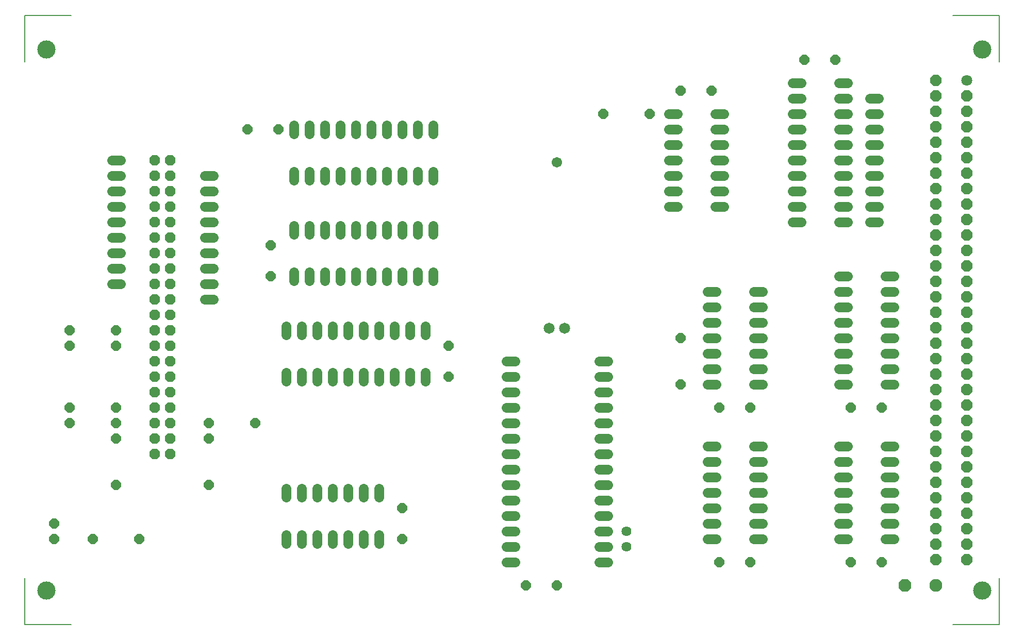
<source format=gbs>
G75*
G70*
%OFA0B0*%
%FSLAX24Y24*%
%IPPOS*%
%LPD*%
%AMOC8*
5,1,8,0,0,1.08239X$1,22.5*
%
%ADD10C,0.0060*%
%ADD11C,0.0710*%
%ADD12OC8,0.0710*%
%ADD13C,0.1180*%
%ADD14C,0.0640*%
%ADD15C,0.0640*%
%ADD16OC8,0.0680*%
%ADD17OC8,0.0640*%
%ADD18C,0.0830*%
%ADD19OC8,0.0830*%
%ADD20C,0.0674*%
%ADD21C,0.0714*%
D10*
X004948Y007423D02*
X004948Y010423D01*
X004948Y007423D02*
X007948Y007423D01*
X004948Y043803D02*
X004948Y046803D01*
X007948Y046803D01*
X064948Y046803D02*
X067948Y046803D01*
X067948Y043803D01*
X067948Y010423D02*
X067948Y007423D01*
X064948Y007423D01*
D11*
X065848Y042613D03*
D12*
X065848Y041613D03*
X065848Y040613D03*
X065848Y039613D03*
X065848Y038613D03*
X065848Y037613D03*
X065848Y036613D03*
X065848Y035613D03*
X065848Y034613D03*
X065848Y033613D03*
X065848Y032613D03*
X065848Y031613D03*
X065848Y030613D03*
X065848Y029613D03*
X065848Y028613D03*
X065848Y027613D03*
X065848Y026613D03*
X065848Y025613D03*
X065848Y024613D03*
X065848Y023613D03*
X065848Y022613D03*
X065848Y021613D03*
X065848Y020613D03*
X065848Y019613D03*
X065848Y018613D03*
X065848Y017613D03*
X065848Y016613D03*
X065848Y015613D03*
X065848Y014613D03*
X065848Y013613D03*
X065848Y012613D03*
X065848Y011613D03*
X063848Y011613D03*
X063848Y012613D03*
X063848Y013613D03*
X063848Y014613D03*
X063848Y015613D03*
X063848Y016613D03*
X063848Y017613D03*
X063848Y018613D03*
X063848Y019613D03*
X063848Y020613D03*
X063848Y021613D03*
X063848Y022613D03*
X063848Y023613D03*
X063848Y024613D03*
X063848Y025613D03*
X063848Y026613D03*
X063848Y027613D03*
X063848Y028613D03*
X063848Y029613D03*
X063848Y030613D03*
X063848Y031613D03*
X063848Y032613D03*
X063848Y033613D03*
X063848Y034613D03*
X063848Y035613D03*
X063848Y036613D03*
X063848Y037613D03*
X063848Y038613D03*
X063848Y039613D03*
X063848Y040613D03*
X063848Y041613D03*
X063848Y042613D03*
D13*
X066848Y044613D03*
X066848Y009613D03*
X006348Y009613D03*
X006348Y044613D03*
D14*
X010568Y037428D02*
X011128Y037428D01*
X011128Y036428D02*
X010568Y036428D01*
X010568Y035428D02*
X011128Y035428D01*
X011128Y034428D02*
X010568Y034428D01*
X010568Y033428D02*
X011128Y033428D01*
X011128Y032428D02*
X010568Y032428D01*
X010568Y031428D02*
X011128Y031428D01*
X011128Y030428D02*
X010568Y030428D01*
X010568Y029428D02*
X011128Y029428D01*
X016568Y029428D02*
X017128Y029428D01*
X017128Y028428D02*
X016568Y028428D01*
X016568Y030428D02*
X017128Y030428D01*
X017128Y031428D02*
X016568Y031428D01*
X016568Y032428D02*
X017128Y032428D01*
X017128Y033428D02*
X016568Y033428D01*
X016568Y034428D02*
X017128Y034428D01*
X017128Y035428D02*
X016568Y035428D01*
X016568Y036428D02*
X017128Y036428D01*
X022348Y036148D02*
X022348Y036708D01*
X023348Y036708D02*
X023348Y036148D01*
X024348Y036148D02*
X024348Y036708D01*
X025348Y036708D02*
X025348Y036148D01*
X026348Y036148D02*
X026348Y036708D01*
X027348Y036708D02*
X027348Y036148D01*
X028348Y036148D02*
X028348Y036708D01*
X029348Y036708D02*
X029348Y036148D01*
X030348Y036148D02*
X030348Y036708D01*
X031348Y036708D02*
X031348Y036148D01*
X031348Y033208D02*
X031348Y032648D01*
X030348Y032648D02*
X030348Y033208D01*
X029348Y033208D02*
X029348Y032648D01*
X028348Y032648D02*
X028348Y033208D01*
X027348Y033208D02*
X027348Y032648D01*
X026348Y032648D02*
X026348Y033208D01*
X025348Y033208D02*
X025348Y032648D01*
X024348Y032648D02*
X024348Y033208D01*
X023348Y033208D02*
X023348Y032648D01*
X022348Y032648D02*
X022348Y033208D01*
X022348Y030208D02*
X022348Y029648D01*
X023348Y029648D02*
X023348Y030208D01*
X024348Y030208D02*
X024348Y029648D01*
X025348Y029648D02*
X025348Y030208D01*
X026348Y030208D02*
X026348Y029648D01*
X027348Y029648D02*
X027348Y030208D01*
X028348Y030208D02*
X028348Y029648D01*
X029348Y029648D02*
X029348Y030208D01*
X030348Y030208D02*
X030348Y029648D01*
X031348Y029648D02*
X031348Y030208D01*
X030848Y026708D02*
X030848Y026148D01*
X029848Y026148D02*
X029848Y026708D01*
X028848Y026708D02*
X028848Y026148D01*
X027848Y026148D02*
X027848Y026708D01*
X026848Y026708D02*
X026848Y026148D01*
X025848Y026148D02*
X025848Y026708D01*
X024848Y026708D02*
X024848Y026148D01*
X023848Y026148D02*
X023848Y026708D01*
X022848Y026708D02*
X022848Y026148D01*
X021848Y026148D02*
X021848Y026708D01*
X021848Y023708D02*
X021848Y023148D01*
X022848Y023148D02*
X022848Y023708D01*
X023848Y023708D02*
X023848Y023148D01*
X024848Y023148D02*
X024848Y023708D01*
X025848Y023708D02*
X025848Y023148D01*
X026848Y023148D02*
X026848Y023708D01*
X027848Y023708D02*
X027848Y023148D01*
X028848Y023148D02*
X028848Y023708D01*
X029848Y023708D02*
X029848Y023148D01*
X030848Y023148D02*
X030848Y023708D01*
X036068Y023428D02*
X036628Y023428D01*
X036628Y022428D02*
X036068Y022428D01*
X036068Y021428D02*
X036628Y021428D01*
X036628Y020428D02*
X036068Y020428D01*
X036068Y019428D02*
X036628Y019428D01*
X036628Y018428D02*
X036068Y018428D01*
X036068Y017428D02*
X036628Y017428D01*
X036628Y016428D02*
X036068Y016428D01*
X036068Y015428D02*
X036628Y015428D01*
X036628Y014428D02*
X036068Y014428D01*
X036068Y013428D02*
X036628Y013428D01*
X036628Y012428D02*
X036068Y012428D01*
X036068Y011428D02*
X036628Y011428D01*
X042068Y011428D02*
X042628Y011428D01*
X042628Y012428D02*
X042068Y012428D01*
X042068Y013428D02*
X042628Y013428D01*
X042628Y014428D02*
X042068Y014428D01*
X042068Y015428D02*
X042628Y015428D01*
X042628Y016428D02*
X042068Y016428D01*
X042068Y017428D02*
X042628Y017428D01*
X042628Y018428D02*
X042068Y018428D01*
X042068Y019428D02*
X042628Y019428D01*
X042628Y020428D02*
X042068Y020428D01*
X042068Y021428D02*
X042628Y021428D01*
X042628Y022428D02*
X042068Y022428D01*
X042068Y023428D02*
X042628Y023428D01*
X042628Y024428D02*
X042068Y024428D01*
X036628Y024428D02*
X036068Y024428D01*
X027848Y016208D02*
X027848Y015648D01*
X026848Y015648D02*
X026848Y016208D01*
X025848Y016208D02*
X025848Y015648D01*
X024848Y015648D02*
X024848Y016208D01*
X023848Y016208D02*
X023848Y015648D01*
X022848Y015648D02*
X022848Y016208D01*
X021848Y016208D02*
X021848Y015648D01*
X021848Y013208D02*
X021848Y012648D01*
X022848Y012648D02*
X022848Y013208D01*
X023848Y013208D02*
X023848Y012648D01*
X024848Y012648D02*
X024848Y013208D01*
X025848Y013208D02*
X025848Y012648D01*
X026848Y012648D02*
X026848Y013208D01*
X027848Y013208D02*
X027848Y012648D01*
X049068Y012928D02*
X049628Y012928D01*
X049628Y013928D02*
X049068Y013928D01*
X049068Y014928D02*
X049628Y014928D01*
X049628Y015928D02*
X049068Y015928D01*
X049068Y016928D02*
X049628Y016928D01*
X049628Y017928D02*
X049068Y017928D01*
X049068Y018928D02*
X049628Y018928D01*
X052068Y018928D02*
X052628Y018928D01*
X052628Y017928D02*
X052068Y017928D01*
X052068Y016928D02*
X052628Y016928D01*
X052628Y015928D02*
X052068Y015928D01*
X052068Y014928D02*
X052628Y014928D01*
X052628Y013928D02*
X052068Y013928D01*
X052068Y012928D02*
X052628Y012928D01*
X057568Y012928D02*
X058128Y012928D01*
X058128Y013928D02*
X057568Y013928D01*
X057568Y014928D02*
X058128Y014928D01*
X058128Y015928D02*
X057568Y015928D01*
X057568Y016928D02*
X058128Y016928D01*
X058128Y017928D02*
X057568Y017928D01*
X057568Y018928D02*
X058128Y018928D01*
X060568Y018928D02*
X061128Y018928D01*
X061128Y017928D02*
X060568Y017928D01*
X060568Y016928D02*
X061128Y016928D01*
X061128Y015928D02*
X060568Y015928D01*
X060568Y014928D02*
X061128Y014928D01*
X061128Y013928D02*
X060568Y013928D01*
X060568Y012928D02*
X061128Y012928D01*
X061128Y022928D02*
X060568Y022928D01*
X060568Y023928D02*
X061128Y023928D01*
X061128Y024928D02*
X060568Y024928D01*
X060568Y025928D02*
X061128Y025928D01*
X061128Y026928D02*
X060568Y026928D01*
X060568Y027928D02*
X061128Y027928D01*
X061128Y028928D02*
X060568Y028928D01*
X060568Y029928D02*
X061128Y029928D01*
X058128Y029928D02*
X057568Y029928D01*
X057568Y028928D02*
X058128Y028928D01*
X058128Y027928D02*
X057568Y027928D01*
X057568Y026928D02*
X058128Y026928D01*
X058128Y025928D02*
X057568Y025928D01*
X057568Y024928D02*
X058128Y024928D01*
X058128Y023928D02*
X057568Y023928D01*
X057568Y022928D02*
X058128Y022928D01*
X052628Y022928D02*
X052068Y022928D01*
X052068Y023928D02*
X052628Y023928D01*
X052628Y024928D02*
X052068Y024928D01*
X052068Y025928D02*
X052628Y025928D01*
X052628Y026928D02*
X052068Y026928D01*
X052068Y027928D02*
X052628Y027928D01*
X052628Y028928D02*
X052068Y028928D01*
X049628Y028928D02*
X049068Y028928D01*
X049068Y027928D02*
X049628Y027928D01*
X049628Y026928D02*
X049068Y026928D01*
X049068Y025928D02*
X049628Y025928D01*
X049628Y024928D02*
X049068Y024928D01*
X049068Y023928D02*
X049628Y023928D01*
X049628Y022928D02*
X049068Y022928D01*
X054568Y033428D02*
X055128Y033428D01*
X055128Y034428D02*
X054568Y034428D01*
X054568Y035428D02*
X055128Y035428D01*
X055128Y036428D02*
X054568Y036428D01*
X054568Y037428D02*
X055128Y037428D01*
X055128Y038428D02*
X054568Y038428D01*
X054568Y039428D02*
X055128Y039428D01*
X055128Y040428D02*
X054568Y040428D01*
X054568Y041428D02*
X055128Y041428D01*
X055128Y042428D02*
X054568Y042428D01*
X057568Y042428D02*
X058128Y042428D01*
X058128Y041428D02*
X057568Y041428D01*
X057568Y040428D02*
X058128Y040428D01*
X058128Y039428D02*
X057568Y039428D01*
X057568Y038428D02*
X058128Y038428D01*
X058128Y037428D02*
X057568Y037428D01*
X057568Y036428D02*
X058128Y036428D01*
X058128Y035428D02*
X057568Y035428D01*
X057568Y034428D02*
X058128Y034428D01*
X058128Y033428D02*
X057568Y033428D01*
X059568Y033428D02*
X060128Y033428D01*
X060128Y034428D02*
X059568Y034428D01*
X059568Y035428D02*
X060128Y035428D01*
X060128Y036428D02*
X059568Y036428D01*
X059568Y037428D02*
X060128Y037428D01*
X060128Y038428D02*
X059568Y038428D01*
X059568Y039428D02*
X060128Y039428D01*
X060128Y040428D02*
X059568Y040428D01*
X059568Y041428D02*
X060128Y041428D01*
X050128Y040428D02*
X049568Y040428D01*
X049568Y039428D02*
X050128Y039428D01*
X050128Y038428D02*
X049568Y038428D01*
X049568Y037428D02*
X050128Y037428D01*
X050128Y036428D02*
X049568Y036428D01*
X049568Y035428D02*
X050128Y035428D01*
X050128Y034428D02*
X049568Y034428D01*
X047128Y034428D02*
X046568Y034428D01*
X046568Y035428D02*
X047128Y035428D01*
X047128Y036428D02*
X046568Y036428D01*
X046568Y037428D02*
X047128Y037428D01*
X047128Y038428D02*
X046568Y038428D01*
X046568Y039428D02*
X047128Y039428D01*
X047128Y040428D02*
X046568Y040428D01*
X031348Y039708D02*
X031348Y039148D01*
X030348Y039148D02*
X030348Y039708D01*
X029348Y039708D02*
X029348Y039148D01*
X028348Y039148D02*
X028348Y039708D01*
X027348Y039708D02*
X027348Y039148D01*
X026348Y039148D02*
X026348Y039708D01*
X025348Y039708D02*
X025348Y039148D01*
X024348Y039148D02*
X024348Y039708D01*
X023348Y039708D02*
X023348Y039148D01*
X022348Y039148D02*
X022348Y039708D01*
D15*
X043848Y013428D03*
X043848Y012428D03*
D16*
X014348Y018428D03*
X014348Y019428D03*
X014348Y020428D03*
X014348Y021428D03*
X014348Y022428D03*
X014348Y023428D03*
X014348Y024428D03*
X014348Y025428D03*
X014348Y026428D03*
X014348Y027428D03*
X014348Y028428D03*
X014348Y029428D03*
X014348Y030428D03*
X014348Y031428D03*
X014348Y032428D03*
X014348Y033428D03*
X014348Y034428D03*
X014348Y035428D03*
X014348Y036428D03*
X014348Y037428D03*
X013348Y037428D03*
X013348Y036428D03*
X013348Y035428D03*
X013348Y034428D03*
X013348Y033428D03*
X013348Y032428D03*
X013348Y031428D03*
X013348Y030428D03*
X013348Y029428D03*
X013348Y028428D03*
X013348Y027428D03*
X013348Y026428D03*
X013348Y025428D03*
X013348Y024428D03*
X013348Y023428D03*
X013348Y022428D03*
X013348Y021428D03*
X013348Y020428D03*
X013348Y019428D03*
X013348Y018428D03*
D17*
X010848Y019428D03*
X010848Y020428D03*
X010848Y021428D03*
X007848Y021428D03*
X007848Y020428D03*
X010848Y016428D03*
X006848Y013928D03*
X006848Y012928D03*
X009348Y012928D03*
X012348Y012928D03*
X016848Y016428D03*
X016848Y019428D03*
X016848Y020428D03*
X019848Y020428D03*
X010848Y025428D03*
X010848Y026428D03*
X007848Y026428D03*
X007848Y025428D03*
X020848Y029928D03*
X020848Y031928D03*
X021348Y039428D03*
X019348Y039428D03*
X032348Y025428D03*
X032348Y023428D03*
X029348Y014928D03*
X029348Y012928D03*
X037348Y009928D03*
X039348Y009928D03*
X049848Y011428D03*
X051848Y011428D03*
X058348Y011428D03*
X060348Y011428D03*
X060348Y021428D03*
X058348Y021428D03*
X051848Y021428D03*
X049848Y021428D03*
X047348Y022928D03*
X047348Y025928D03*
X045348Y040428D03*
X047348Y041928D03*
X049348Y041928D03*
X055348Y043928D03*
X057348Y043928D03*
X042348Y040428D03*
D18*
X063848Y009928D03*
D19*
X061848Y009928D03*
D20*
X039348Y037318D03*
D21*
X038848Y026568D03*
X039848Y026568D03*
M02*

</source>
